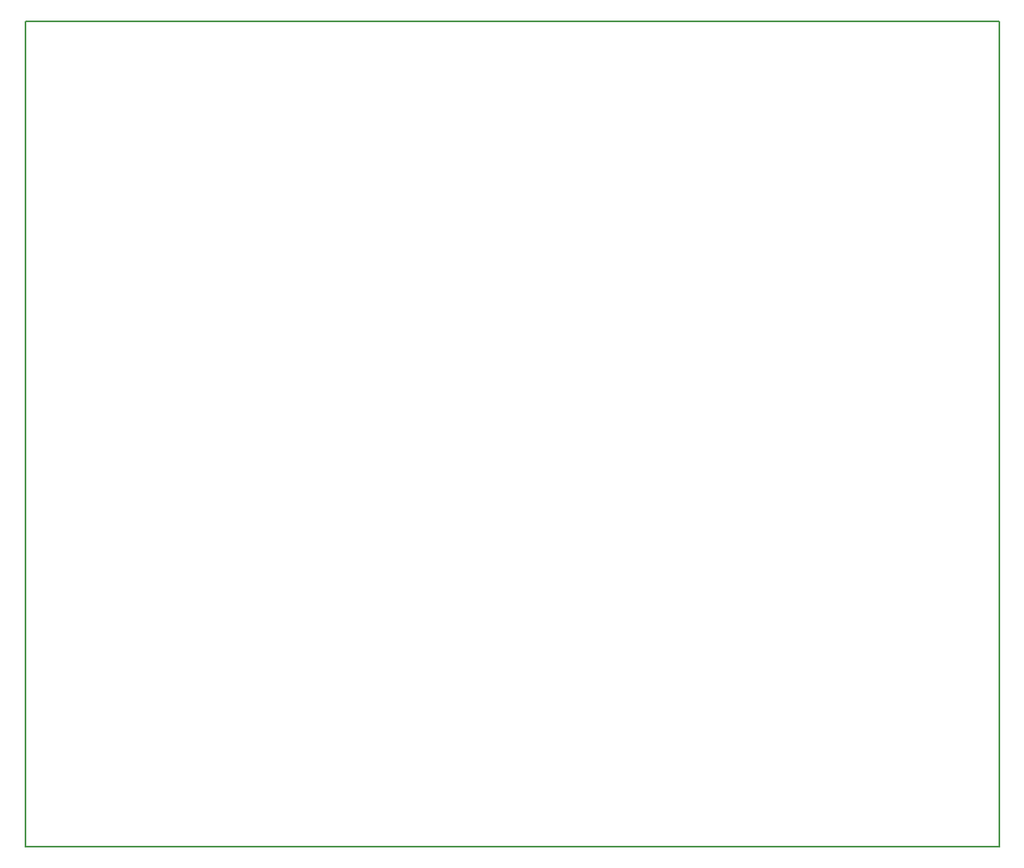
<source format=gm1>
G04 #@! TF.GenerationSoftware,KiCad,Pcbnew,(5.0.2)-1*
G04 #@! TF.CreationDate,2019-07-09T23:38:42+09:00*
G04 #@! TF.ProjectId,R2-R,52322d52-2e6b-4696-9361-645f70636258,rev?*
G04 #@! TF.SameCoordinates,PX3c8eee0PY21e9a40*
G04 #@! TF.FileFunction,Profile,NP*
%FSLAX46Y46*%
G04 Gerber Fmt 4.6, Leading zero omitted, Abs format (unit mm)*
G04 Created by KiCad (PCBNEW (5.0.2)-1) date 2019/07/09 23:38:42*
%MOMM*%
%LPD*%
G01*
G04 APERTURE LIST*
%ADD10C,0.150000*%
G04 APERTURE END LIST*
D10*
X100330000Y0D02*
X100330000Y-85090000D01*
X0Y0D02*
X0Y-85090000D01*
X100330000Y-85090000D02*
X0Y-85090000D01*
X0Y0D02*
X100330000Y0D01*
M02*

</source>
